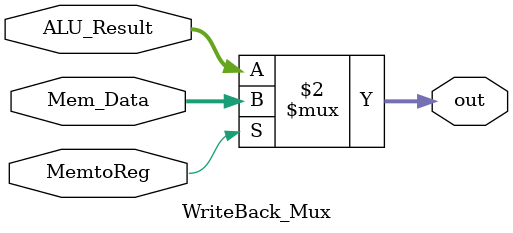
<source format=v>
`timescale 1ns / 1ps

module WriteBack_Mux(
    input [31:0] ALU_Result, // תוצאה מה-ALU
    input [31:0] Mem_Data,   // נתון שנקרא מה-Data Memory
    input MemtoReg,          // אות בקרה: 0 ל-ALU, 1 לזיכרון
    output [31:0] out
);

    assign out = (MemtoReg == 1'b1) ? Mem_Data : ALU_Result;

endmodule
</source>
